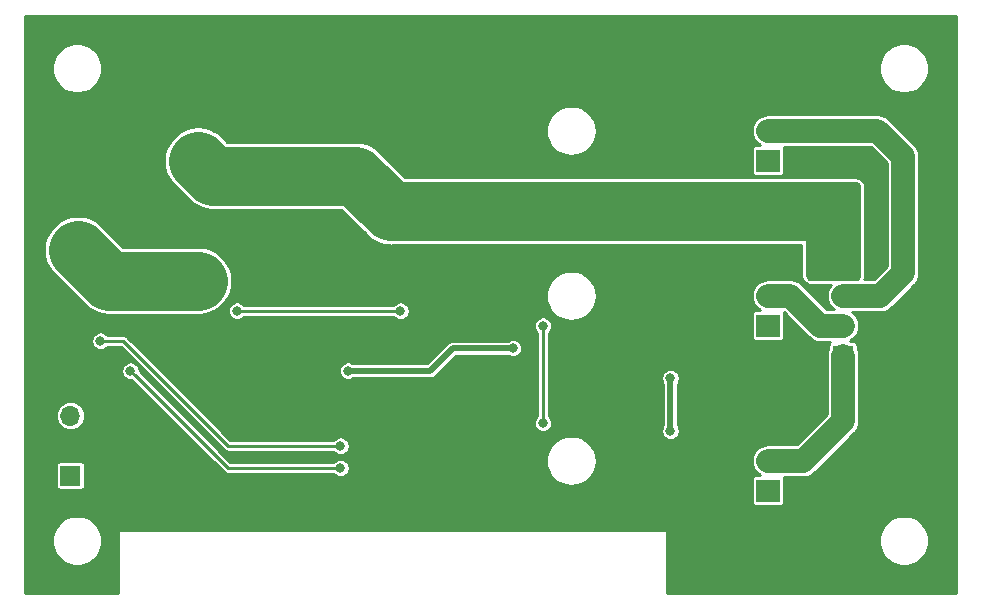
<source format=gbl>
G04 #@! TF.GenerationSoftware,KiCad,Pcbnew,(5.1.0)-1*
G04 #@! TF.CreationDate,2019-04-24T23:40:02+02:00*
G04 #@! TF.ProjectId,WiFiLEDController_FET,57694669-4c45-4444-936f-6e74726f6c6c,rev?*
G04 #@! TF.SameCoordinates,Original*
G04 #@! TF.FileFunction,Copper,L2,Bot*
G04 #@! TF.FilePolarity,Positive*
%FSLAX46Y46*%
G04 Gerber Fmt 4.6, Leading zero omitted, Abs format (unit mm)*
G04 Created by KiCad (PCBNEW (5.1.0)-1) date 2019-04-24 23:40:02*
%MOMM*%
%LPD*%
G04 APERTURE LIST*
%ADD10R,2.000000X1.905000*%
%ADD11O,2.000000X1.905000*%
%ADD12O,1.700000X1.700000*%
%ADD13R,1.700000X1.700000*%
%ADD14C,0.600000*%
%ADD15R,1.730000X1.900000*%
%ADD16R,2.500000X2.500000*%
%ADD17C,2.500000*%
%ADD18C,0.800000*%
%ADD19C,5.000000*%
%ADD20C,0.250000*%
%ADD21C,2.000000*%
%ADD22C,0.500000*%
%ADD23C,0.254000*%
G04 APERTURE END LIST*
D10*
X209550000Y-95885000D03*
D11*
X209550000Y-93345000D03*
X209550000Y-90805000D03*
D12*
X215900000Y-90805000D03*
X215900000Y-93345000D03*
X215900000Y-95885000D03*
D13*
X215900000Y-98425000D03*
D14*
X171958000Y-78232000D03*
X171958000Y-79248000D03*
X170942000Y-78232000D03*
X170942000Y-79248000D03*
X171450000Y-78740000D03*
D15*
X171450000Y-78740000D03*
D16*
X151130000Y-84455000D03*
D17*
X151130000Y-89455000D03*
D13*
X150495000Y-108585000D03*
D12*
X150495000Y-106045000D03*
X150495000Y-103505000D03*
D10*
X209550000Y-109855000D03*
D11*
X209550000Y-107315000D03*
X209550000Y-104775000D03*
X209550000Y-76835000D03*
X209550000Y-79375000D03*
D10*
X209550000Y-81915000D03*
D17*
X161290000Y-81915000D03*
X161290000Y-92075000D03*
D18*
X173355000Y-98425000D03*
X188595000Y-95250000D03*
X182880000Y-100965000D03*
X179705000Y-97790000D03*
X160655000Y-110490000D03*
X171450000Y-74295000D03*
X186055000Y-80010000D03*
X163830000Y-72390000D03*
X158750000Y-72390000D03*
X177165000Y-90170000D03*
X179705000Y-90170000D03*
X168275000Y-95885000D03*
X179705000Y-106045000D03*
X163830000Y-78740000D03*
X188595000Y-75565000D03*
X188595000Y-104140000D03*
X205105000Y-90805000D03*
X205105000Y-92075000D03*
X205105000Y-93345000D03*
X205105000Y-94615000D03*
X205105000Y-95885000D03*
X205105000Y-104775000D03*
X205105000Y-106045000D03*
X205105000Y-107315000D03*
X205105000Y-108585000D03*
X205105000Y-109855000D03*
X198120000Y-104775000D03*
X198120000Y-106045000D03*
X198120000Y-107315000D03*
X198120000Y-108585000D03*
X198120000Y-109855000D03*
X198120000Y-76835000D03*
X198120000Y-78105000D03*
X198120000Y-79375000D03*
X198120000Y-80645000D03*
X198120000Y-81915000D03*
X205105000Y-81915000D03*
X205105000Y-80645000D03*
X205105000Y-79375000D03*
X205105000Y-78105000D03*
X205105000Y-76835000D03*
X153670000Y-110490000D03*
X175895000Y-111760000D03*
X173355000Y-111760000D03*
X154305000Y-85725000D03*
X154305000Y-84455000D03*
X154305000Y-83185000D03*
X188595000Y-81915000D03*
X182245000Y-80010000D03*
X184150000Y-80010000D03*
X179705000Y-81280000D03*
X153670000Y-99695000D03*
X163830000Y-70485000D03*
X168910000Y-70485000D03*
X173990000Y-70485000D03*
X179070000Y-70485000D03*
X184150000Y-70485000D03*
X189230000Y-70485000D03*
X194310000Y-70485000D03*
X199390000Y-70485000D03*
X204470000Y-70485000D03*
X209550000Y-70485000D03*
X214630000Y-70485000D03*
X219710000Y-70485000D03*
X224790000Y-70485000D03*
X158750000Y-70485000D03*
X153670000Y-70485000D03*
X148590000Y-70485000D03*
X204470000Y-117475000D03*
X209550000Y-117475000D03*
X214630000Y-117475000D03*
X219710000Y-117475000D03*
X224790000Y-117475000D03*
X148590000Y-117475000D03*
X153670000Y-117475000D03*
X214630000Y-111125000D03*
X212090000Y-102870000D03*
X218440000Y-86360000D03*
X218440000Y-90805000D03*
X175895000Y-106045000D03*
X175895000Y-107950000D03*
X179705000Y-107950000D03*
X188522885Y-92782115D03*
X188595000Y-111760000D03*
X196850000Y-92075000D03*
X196850000Y-90805000D03*
X196850000Y-93345000D03*
X196850000Y-94615000D03*
X196850000Y-95885000D03*
X224790000Y-75565000D03*
X224790000Y-80645000D03*
X224790000Y-85725000D03*
X224790000Y-90805000D03*
X224790000Y-95885000D03*
X224790000Y-100965000D03*
X224790000Y-106045000D03*
X224790000Y-111125000D03*
X154305000Y-79375000D03*
X156210000Y-79375000D03*
X156210000Y-77470000D03*
X161290000Y-70485000D03*
X178435000Y-90170000D03*
X167005000Y-90170000D03*
X167005000Y-91440000D03*
X167005000Y-92710000D03*
X160655000Y-99695000D03*
X147955000Y-85725000D03*
X147955000Y-84455000D03*
X147955000Y-83185000D03*
X194310000Y-111760000D03*
X212090000Y-101600000D03*
X213360000Y-101600000D03*
X213360000Y-102870000D03*
X213487000Y-85979000D03*
X216281000Y-87630000D03*
X214884000Y-87630000D03*
X214884000Y-84455000D03*
X216281000Y-84455000D03*
X214884000Y-85979000D03*
X213487000Y-84455000D03*
X213487000Y-87630000D03*
X213487000Y-89408000D03*
X216281000Y-85979000D03*
X214884000Y-89408000D03*
X216281000Y-89408000D03*
X213487000Y-91186000D03*
X173355000Y-107950000D03*
X155575000Y-99695000D03*
X173355000Y-106045000D03*
X153034998Y-97155000D03*
X190500000Y-95885000D03*
X190500000Y-104140000D03*
X178435000Y-94615014D03*
X164592000Y-94614996D03*
X173990000Y-99695000D03*
X187960000Y-97790000D03*
X201295000Y-104775000D03*
X201295000Y-100329986D03*
D19*
X162560000Y-83185000D02*
X161290000Y-81915000D01*
X174625000Y-83185000D02*
X162560000Y-83185000D01*
X214152499Y-86202501D02*
X214152499Y-86202501D01*
X177642501Y-86202501D02*
X174625000Y-83185000D01*
X214152499Y-86202501D02*
X177642501Y-86202501D01*
D20*
X155974999Y-100094999D02*
X155575000Y-99695000D01*
X173355000Y-107950000D02*
X163830000Y-107950000D01*
X163830000Y-107950000D02*
X155974999Y-100094999D01*
X154940000Y-97155000D02*
X153034998Y-97155000D01*
X173355000Y-106045000D02*
X163830000Y-106045000D01*
X163830000Y-106045000D02*
X154940000Y-97155000D01*
D19*
X153750000Y-92075000D02*
X151130000Y-89455000D01*
X161290000Y-92075000D02*
X153750000Y-92075000D01*
D21*
X213995000Y-95885000D02*
X215900000Y-95885000D01*
X209550000Y-93345000D02*
X211455000Y-93345000D01*
X211455000Y-93345000D02*
X213995000Y-95885000D01*
X218821000Y-79375000D02*
X209550000Y-79375000D01*
X220980000Y-81534000D02*
X218821000Y-79375000D01*
X220980000Y-91440000D02*
X220980000Y-81534000D01*
X215900000Y-93345000D02*
X219075000Y-93345000D01*
X219075000Y-93345000D02*
X220980000Y-91440000D01*
X215900000Y-101275000D02*
X215900000Y-98425000D01*
X215900000Y-103965000D02*
X215900000Y-101275000D01*
X212550000Y-107315000D02*
X215900000Y-103965000D01*
X209550000Y-107315000D02*
X212550000Y-107315000D01*
D20*
X190500000Y-96450685D02*
X190500000Y-104140000D01*
X190500000Y-95885000D02*
X190500000Y-96450685D01*
X164592018Y-94615014D02*
X164592000Y-94614996D01*
X178435000Y-94615014D02*
X164592018Y-94615014D01*
D22*
X182880000Y-97790000D02*
X187960000Y-97790000D01*
X173990000Y-99695000D02*
X180975000Y-99695000D01*
X180975000Y-99695000D02*
X182880000Y-97790000D01*
X201295000Y-104775000D02*
X201295000Y-100329986D01*
D23*
G36*
X225488501Y-118516400D02*
G01*
X201041000Y-118516400D01*
X201041000Y-113879289D01*
X218927680Y-113879289D01*
X218927680Y-114299071D01*
X219009576Y-114710787D01*
X219170219Y-115098615D01*
X219403438Y-115447651D01*
X219700269Y-115744482D01*
X220049305Y-115977701D01*
X220437133Y-116138344D01*
X220848849Y-116220240D01*
X221268631Y-116220240D01*
X221680347Y-116138344D01*
X222068175Y-115977701D01*
X222417211Y-115744482D01*
X222714042Y-115447651D01*
X222947261Y-115098615D01*
X223107904Y-114710787D01*
X223189800Y-114299071D01*
X223189800Y-113879289D01*
X223107904Y-113467573D01*
X222947261Y-113079745D01*
X222714042Y-112730709D01*
X222417211Y-112433878D01*
X222068175Y-112200659D01*
X221680347Y-112040016D01*
X221268631Y-111958120D01*
X220848849Y-111958120D01*
X220437133Y-112040016D01*
X220049305Y-112200659D01*
X219700269Y-112433878D01*
X219403438Y-112730709D01*
X219170219Y-113079745D01*
X219009576Y-113467573D01*
X218927680Y-113879289D01*
X201041000Y-113879289D01*
X201041000Y-113284000D01*
X201038560Y-113259224D01*
X201031333Y-113235399D01*
X201019597Y-113213443D01*
X201003803Y-113194197D01*
X200984557Y-113178403D01*
X200962601Y-113166667D01*
X200938776Y-113159440D01*
X200914000Y-113157000D01*
X154686000Y-113157000D01*
X154661224Y-113159440D01*
X154637399Y-113166667D01*
X154615443Y-113178403D01*
X154596197Y-113194197D01*
X154580403Y-113213443D01*
X154568667Y-113235399D01*
X154561440Y-113259224D01*
X154559000Y-113284000D01*
X154559000Y-118516400D01*
X146631660Y-118516400D01*
X146631660Y-113879289D01*
X148927820Y-113879289D01*
X148927820Y-114299071D01*
X149009716Y-114710787D01*
X149170359Y-115098615D01*
X149403578Y-115447651D01*
X149700409Y-115744482D01*
X150049445Y-115977701D01*
X150437273Y-116138344D01*
X150848989Y-116220240D01*
X151268771Y-116220240D01*
X151680487Y-116138344D01*
X152068315Y-115977701D01*
X152417351Y-115744482D01*
X152714182Y-115447651D01*
X152947401Y-115098615D01*
X153108044Y-114710787D01*
X153189940Y-114299071D01*
X153189940Y-113879289D01*
X153108044Y-113467573D01*
X152947401Y-113079745D01*
X152714182Y-112730709D01*
X152417351Y-112433878D01*
X152068315Y-112200659D01*
X151680487Y-112040016D01*
X151268771Y-111958120D01*
X150848989Y-111958120D01*
X150437273Y-112040016D01*
X150049445Y-112200659D01*
X149700409Y-112433878D01*
X149403578Y-112730709D01*
X149170359Y-113079745D01*
X149009716Y-113467573D01*
X148927820Y-113879289D01*
X146631660Y-113879289D01*
X146631660Y-107735000D01*
X149262157Y-107735000D01*
X149262157Y-109435000D01*
X149269513Y-109509689D01*
X149291299Y-109581508D01*
X149326678Y-109647696D01*
X149374289Y-109705711D01*
X149432304Y-109753322D01*
X149498492Y-109788701D01*
X149570311Y-109810487D01*
X149645000Y-109817843D01*
X151345000Y-109817843D01*
X151419689Y-109810487D01*
X151491508Y-109788701D01*
X151557696Y-109753322D01*
X151615711Y-109705711D01*
X151663322Y-109647696D01*
X151698701Y-109581508D01*
X151720487Y-109509689D01*
X151727843Y-109435000D01*
X151727843Y-107735000D01*
X151720487Y-107660311D01*
X151698701Y-107588492D01*
X151663322Y-107522304D01*
X151615711Y-107464289D01*
X151557696Y-107416678D01*
X151491508Y-107381299D01*
X151419689Y-107359513D01*
X151345000Y-107352157D01*
X149645000Y-107352157D01*
X149570311Y-107359513D01*
X149498492Y-107381299D01*
X149432304Y-107416678D01*
X149374289Y-107464289D01*
X149326678Y-107522304D01*
X149291299Y-107588492D01*
X149269513Y-107660311D01*
X149262157Y-107735000D01*
X146631660Y-107735000D01*
X146631660Y-103505000D01*
X149258044Y-103505000D01*
X149281812Y-103746318D01*
X149352202Y-103978363D01*
X149466509Y-104192216D01*
X149620340Y-104379660D01*
X149807784Y-104533491D01*
X150021637Y-104647798D01*
X150253682Y-104718188D01*
X150434528Y-104736000D01*
X150555472Y-104736000D01*
X150736318Y-104718188D01*
X150968363Y-104647798D01*
X151182216Y-104533491D01*
X151369660Y-104379660D01*
X151523491Y-104192216D01*
X151637798Y-103978363D01*
X151708188Y-103746318D01*
X151731956Y-103505000D01*
X151708188Y-103263682D01*
X151637798Y-103031637D01*
X151523491Y-102817784D01*
X151369660Y-102630340D01*
X151182216Y-102476509D01*
X150968363Y-102362202D01*
X150736318Y-102291812D01*
X150555472Y-102274000D01*
X150434528Y-102274000D01*
X150253682Y-102291812D01*
X150021637Y-102362202D01*
X149807784Y-102476509D01*
X149620340Y-102630340D01*
X149466509Y-102817784D01*
X149352202Y-103031637D01*
X149281812Y-103263682D01*
X149258044Y-103505000D01*
X146631660Y-103505000D01*
X146631660Y-99618078D01*
X154794000Y-99618078D01*
X154794000Y-99771922D01*
X154824013Y-99922809D01*
X154882887Y-100064942D01*
X154968358Y-100192859D01*
X155077141Y-100301642D01*
X155205058Y-100387113D01*
X155347191Y-100445987D01*
X155498078Y-100476000D01*
X155640409Y-100476000D01*
X163454628Y-108290220D01*
X163470473Y-108309527D01*
X163547521Y-108372759D01*
X163635425Y-108419745D01*
X163730807Y-108448678D01*
X163805146Y-108456000D01*
X163805154Y-108456000D01*
X163830000Y-108458447D01*
X163854846Y-108456000D01*
X172756499Y-108456000D01*
X172857141Y-108556642D01*
X172985058Y-108642113D01*
X173127191Y-108700987D01*
X173278078Y-108731000D01*
X173431922Y-108731000D01*
X173582809Y-108700987D01*
X173724942Y-108642113D01*
X173852859Y-108556642D01*
X173961642Y-108447859D01*
X174047113Y-108319942D01*
X174105987Y-108177809D01*
X174136000Y-108026922D01*
X174136000Y-107873078D01*
X174105987Y-107722191D01*
X174047113Y-107580058D01*
X173961642Y-107452141D01*
X173852859Y-107343358D01*
X173810419Y-107315000D01*
X190748690Y-107315000D01*
X190789835Y-107732749D01*
X190911688Y-108134444D01*
X191109566Y-108504648D01*
X191375865Y-108829135D01*
X191700352Y-109095434D01*
X192070556Y-109293312D01*
X192472251Y-109415165D01*
X192785322Y-109446000D01*
X192994678Y-109446000D01*
X193307749Y-109415165D01*
X193709444Y-109293312D01*
X194079648Y-109095434D01*
X194404135Y-108829135D01*
X194670434Y-108504648D01*
X194868312Y-108134444D01*
X194990165Y-107732749D01*
X195031310Y-107315000D01*
X194990165Y-106897251D01*
X194868312Y-106495556D01*
X194670434Y-106125352D01*
X194404135Y-105800865D01*
X194079648Y-105534566D01*
X193709444Y-105336688D01*
X193307749Y-105214835D01*
X192994678Y-105184000D01*
X192785322Y-105184000D01*
X192472251Y-105214835D01*
X192070556Y-105336688D01*
X191700352Y-105534566D01*
X191375865Y-105800865D01*
X191109566Y-106125352D01*
X190911688Y-106495556D01*
X190789835Y-106897251D01*
X190748690Y-107315000D01*
X173810419Y-107315000D01*
X173724942Y-107257887D01*
X173582809Y-107199013D01*
X173431922Y-107169000D01*
X173278078Y-107169000D01*
X173127191Y-107199013D01*
X172985058Y-107257887D01*
X172857141Y-107343358D01*
X172756499Y-107444000D01*
X164039592Y-107444000D01*
X156356000Y-99760409D01*
X156356000Y-99618078D01*
X156325987Y-99467191D01*
X156267113Y-99325058D01*
X156181642Y-99197141D01*
X156072859Y-99088358D01*
X155944942Y-99002887D01*
X155802809Y-98944013D01*
X155651922Y-98914000D01*
X155498078Y-98914000D01*
X155347191Y-98944013D01*
X155205058Y-99002887D01*
X155077141Y-99088358D01*
X154968358Y-99197141D01*
X154882887Y-99325058D01*
X154824013Y-99467191D01*
X154794000Y-99618078D01*
X146631660Y-99618078D01*
X146631660Y-97078078D01*
X152253998Y-97078078D01*
X152253998Y-97231922D01*
X152284011Y-97382809D01*
X152342885Y-97524942D01*
X152428356Y-97652859D01*
X152537139Y-97761642D01*
X152665056Y-97847113D01*
X152807189Y-97905987D01*
X152958076Y-97936000D01*
X153111920Y-97936000D01*
X153262807Y-97905987D01*
X153404940Y-97847113D01*
X153532857Y-97761642D01*
X153633499Y-97661000D01*
X154730409Y-97661000D01*
X163454628Y-106385220D01*
X163470473Y-106404527D01*
X163547521Y-106467759D01*
X163635425Y-106514745D01*
X163730807Y-106543678D01*
X163830000Y-106553448D01*
X163854854Y-106551000D01*
X172756499Y-106551000D01*
X172857141Y-106651642D01*
X172985058Y-106737113D01*
X173127191Y-106795987D01*
X173278078Y-106826000D01*
X173431922Y-106826000D01*
X173582809Y-106795987D01*
X173724942Y-106737113D01*
X173852859Y-106651642D01*
X173961642Y-106542859D01*
X174047113Y-106414942D01*
X174105987Y-106272809D01*
X174136000Y-106121922D01*
X174136000Y-105968078D01*
X174105987Y-105817191D01*
X174047113Y-105675058D01*
X173961642Y-105547141D01*
X173852859Y-105438358D01*
X173724942Y-105352887D01*
X173582809Y-105294013D01*
X173431922Y-105264000D01*
X173278078Y-105264000D01*
X173127191Y-105294013D01*
X172985058Y-105352887D01*
X172857141Y-105438358D01*
X172756499Y-105539000D01*
X164039592Y-105539000D01*
X158118670Y-99618078D01*
X173209000Y-99618078D01*
X173209000Y-99771922D01*
X173239013Y-99922809D01*
X173297887Y-100064942D01*
X173383358Y-100192859D01*
X173492141Y-100301642D01*
X173620058Y-100387113D01*
X173762191Y-100445987D01*
X173913078Y-100476000D01*
X174066922Y-100476000D01*
X174217809Y-100445987D01*
X174359942Y-100387113D01*
X174451405Y-100326000D01*
X180944010Y-100326000D01*
X180975000Y-100329052D01*
X181005990Y-100326000D01*
X181005998Y-100326000D01*
X181098698Y-100316870D01*
X181217642Y-100280789D01*
X181327261Y-100222196D01*
X181423343Y-100143343D01*
X181443105Y-100119263D01*
X183141369Y-98421000D01*
X187498595Y-98421000D01*
X187590058Y-98482113D01*
X187732191Y-98540987D01*
X187883078Y-98571000D01*
X188036922Y-98571000D01*
X188187809Y-98540987D01*
X188329942Y-98482113D01*
X188457859Y-98396642D01*
X188566642Y-98287859D01*
X188652113Y-98159942D01*
X188710987Y-98017809D01*
X188741000Y-97866922D01*
X188741000Y-97713078D01*
X188710987Y-97562191D01*
X188652113Y-97420058D01*
X188566642Y-97292141D01*
X188457859Y-97183358D01*
X188329942Y-97097887D01*
X188187809Y-97039013D01*
X188036922Y-97009000D01*
X187883078Y-97009000D01*
X187732191Y-97039013D01*
X187590058Y-97097887D01*
X187498595Y-97159000D01*
X182910990Y-97159000D01*
X182880000Y-97155948D01*
X182849009Y-97159000D01*
X182849002Y-97159000D01*
X182756302Y-97168130D01*
X182637358Y-97204211D01*
X182527739Y-97262804D01*
X182477190Y-97304289D01*
X182431657Y-97341657D01*
X182411899Y-97365732D01*
X180713632Y-99064000D01*
X174451405Y-99064000D01*
X174359942Y-99002887D01*
X174217809Y-98944013D01*
X174066922Y-98914000D01*
X173913078Y-98914000D01*
X173762191Y-98944013D01*
X173620058Y-99002887D01*
X173492141Y-99088358D01*
X173383358Y-99197141D01*
X173297887Y-99325058D01*
X173239013Y-99467191D01*
X173209000Y-99618078D01*
X158118670Y-99618078D01*
X155315376Y-96814785D01*
X155299527Y-96795473D01*
X155222479Y-96732241D01*
X155134575Y-96685255D01*
X155039193Y-96656322D01*
X154964854Y-96649000D01*
X154964846Y-96649000D01*
X154940000Y-96646553D01*
X154915154Y-96649000D01*
X153633499Y-96649000D01*
X153532857Y-96548358D01*
X153404940Y-96462887D01*
X153262807Y-96404013D01*
X153111920Y-96374000D01*
X152958076Y-96374000D01*
X152807189Y-96404013D01*
X152665056Y-96462887D01*
X152537139Y-96548358D01*
X152428356Y-96657141D01*
X152342885Y-96785058D01*
X152284011Y-96927191D01*
X152253998Y-97078078D01*
X146631660Y-97078078D01*
X146631660Y-95808078D01*
X189719000Y-95808078D01*
X189719000Y-95961922D01*
X189749013Y-96112809D01*
X189807887Y-96254942D01*
X189893358Y-96382859D01*
X189994000Y-96483501D01*
X189994001Y-103541498D01*
X189893358Y-103642141D01*
X189807887Y-103770058D01*
X189749013Y-103912191D01*
X189719000Y-104063078D01*
X189719000Y-104216922D01*
X189749013Y-104367809D01*
X189807887Y-104509942D01*
X189893358Y-104637859D01*
X190002141Y-104746642D01*
X190130058Y-104832113D01*
X190272191Y-104890987D01*
X190423078Y-104921000D01*
X190576922Y-104921000D01*
X190727809Y-104890987D01*
X190869942Y-104832113D01*
X190997859Y-104746642D01*
X191106642Y-104637859D01*
X191192113Y-104509942D01*
X191250987Y-104367809D01*
X191281000Y-104216922D01*
X191281000Y-104063078D01*
X191250987Y-103912191D01*
X191192113Y-103770058D01*
X191106642Y-103642141D01*
X191006000Y-103541499D01*
X191006000Y-100253064D01*
X200514000Y-100253064D01*
X200514000Y-100406908D01*
X200544013Y-100557795D01*
X200602887Y-100699928D01*
X200664001Y-100791392D01*
X200664000Y-104313595D01*
X200602887Y-104405058D01*
X200544013Y-104547191D01*
X200514000Y-104698078D01*
X200514000Y-104851922D01*
X200544013Y-105002809D01*
X200602887Y-105144942D01*
X200688358Y-105272859D01*
X200797141Y-105381642D01*
X200925058Y-105467113D01*
X201067191Y-105525987D01*
X201218078Y-105556000D01*
X201371922Y-105556000D01*
X201522809Y-105525987D01*
X201664942Y-105467113D01*
X201792859Y-105381642D01*
X201901642Y-105272859D01*
X201987113Y-105144942D01*
X202045987Y-105002809D01*
X202076000Y-104851922D01*
X202076000Y-104698078D01*
X202045987Y-104547191D01*
X201987113Y-104405058D01*
X201926000Y-104313595D01*
X201926000Y-100791391D01*
X201987113Y-100699928D01*
X202045987Y-100557795D01*
X202076000Y-100406908D01*
X202076000Y-100253064D01*
X202045987Y-100102177D01*
X201987113Y-99960044D01*
X201901642Y-99832127D01*
X201792859Y-99723344D01*
X201664942Y-99637873D01*
X201522809Y-99578999D01*
X201371922Y-99548986D01*
X201218078Y-99548986D01*
X201067191Y-99578999D01*
X200925058Y-99637873D01*
X200797141Y-99723344D01*
X200688358Y-99832127D01*
X200602887Y-99960044D01*
X200544013Y-100102177D01*
X200514000Y-100253064D01*
X191006000Y-100253064D01*
X191006000Y-96483501D01*
X191106642Y-96382859D01*
X191192113Y-96254942D01*
X191250987Y-96112809D01*
X191281000Y-95961922D01*
X191281000Y-95808078D01*
X191250987Y-95657191D01*
X191192113Y-95515058D01*
X191106642Y-95387141D01*
X190997859Y-95278358D01*
X190869942Y-95192887D01*
X190727809Y-95134013D01*
X190576922Y-95104000D01*
X190423078Y-95104000D01*
X190272191Y-95134013D01*
X190130058Y-95192887D01*
X190002141Y-95278358D01*
X189893358Y-95387141D01*
X189807887Y-95515058D01*
X189749013Y-95657191D01*
X189719000Y-95808078D01*
X146631660Y-95808078D01*
X146631660Y-89455000D01*
X148235061Y-89455000D01*
X148290687Y-90019774D01*
X148455426Y-90562845D01*
X148722946Y-91063341D01*
X148992752Y-91392100D01*
X151612750Y-94012099D01*
X151702969Y-94122031D01*
X151887586Y-94273542D01*
X152141658Y-94482054D01*
X152642154Y-94749575D01*
X153185225Y-94914314D01*
X153750000Y-94969939D01*
X153891526Y-94956000D01*
X161431526Y-94956000D01*
X161854775Y-94914314D01*
X162397845Y-94749575D01*
X162793535Y-94538074D01*
X163811000Y-94538074D01*
X163811000Y-94691918D01*
X163841013Y-94842805D01*
X163899887Y-94984938D01*
X163985358Y-95112855D01*
X164094141Y-95221638D01*
X164222058Y-95307109D01*
X164364191Y-95365983D01*
X164515078Y-95395996D01*
X164668922Y-95395996D01*
X164819809Y-95365983D01*
X164961942Y-95307109D01*
X165089859Y-95221638D01*
X165190483Y-95121014D01*
X177836499Y-95121014D01*
X177937141Y-95221656D01*
X178065058Y-95307127D01*
X178207191Y-95366001D01*
X178358078Y-95396014D01*
X178511922Y-95396014D01*
X178662809Y-95366001D01*
X178804942Y-95307127D01*
X178932859Y-95221656D01*
X179041642Y-95112873D01*
X179127113Y-94984956D01*
X179185987Y-94842823D01*
X179216000Y-94691936D01*
X179216000Y-94538092D01*
X179185987Y-94387205D01*
X179127113Y-94245072D01*
X179041642Y-94117155D01*
X178932859Y-94008372D01*
X178804942Y-93922901D01*
X178662809Y-93864027D01*
X178511922Y-93834014D01*
X178358078Y-93834014D01*
X178207191Y-93864027D01*
X178065058Y-93922901D01*
X177937141Y-94008372D01*
X177836499Y-94109014D01*
X165190519Y-94109014D01*
X165089859Y-94008354D01*
X164961942Y-93922883D01*
X164819809Y-93864009D01*
X164668922Y-93833996D01*
X164515078Y-93833996D01*
X164364191Y-93864009D01*
X164222058Y-93922883D01*
X164094141Y-94008354D01*
X163985358Y-94117137D01*
X163899887Y-94245054D01*
X163841013Y-94387187D01*
X163811000Y-94538074D01*
X162793535Y-94538074D01*
X162898342Y-94482054D01*
X163337031Y-94122031D01*
X163697054Y-93683342D01*
X163877901Y-93345000D01*
X190748690Y-93345000D01*
X190789835Y-93762749D01*
X190911688Y-94164444D01*
X191109566Y-94534648D01*
X191375865Y-94859135D01*
X191700352Y-95125434D01*
X192070556Y-95323312D01*
X192472251Y-95445165D01*
X192785322Y-95476000D01*
X192994678Y-95476000D01*
X193307749Y-95445165D01*
X193709444Y-95323312D01*
X194079648Y-95125434D01*
X194404135Y-94859135D01*
X194670434Y-94534648D01*
X194868312Y-94164444D01*
X194990165Y-93762749D01*
X195031310Y-93345000D01*
X194990165Y-92927251D01*
X194868312Y-92525556D01*
X194670434Y-92155352D01*
X194404135Y-91830865D01*
X194079648Y-91564566D01*
X193709444Y-91366688D01*
X193307749Y-91244835D01*
X192994678Y-91214000D01*
X192785322Y-91214000D01*
X192472251Y-91244835D01*
X192070556Y-91366688D01*
X191700352Y-91564566D01*
X191375865Y-91830865D01*
X191109566Y-92155352D01*
X190911688Y-92525556D01*
X190789835Y-92927251D01*
X190748690Y-93345000D01*
X163877901Y-93345000D01*
X163964575Y-93182845D01*
X164129314Y-92639775D01*
X164184939Y-92075000D01*
X164129314Y-91510225D01*
X163964575Y-90967155D01*
X163697054Y-90466658D01*
X163337031Y-90027969D01*
X162898342Y-89667946D01*
X162397845Y-89400425D01*
X161854775Y-89235686D01*
X161431526Y-89194000D01*
X154943349Y-89194000D01*
X153067100Y-87317752D01*
X152738341Y-87047946D01*
X152237845Y-86780426D01*
X151694774Y-86615687D01*
X151130000Y-86560061D01*
X150565226Y-86615687D01*
X150022155Y-86780426D01*
X149521659Y-87047946D01*
X149082970Y-87407970D01*
X148722946Y-87846659D01*
X148455426Y-88347155D01*
X148290687Y-88890226D01*
X148235061Y-89455000D01*
X146631660Y-89455000D01*
X146631660Y-81915000D01*
X158395061Y-81915000D01*
X158450687Y-82479774D01*
X158615426Y-83022845D01*
X158882946Y-83523341D01*
X159152752Y-83852100D01*
X160422746Y-85122094D01*
X160512969Y-85232031D01*
X160951658Y-85592054D01*
X161452155Y-85859575D01*
X161995225Y-86024314D01*
X162418474Y-86066000D01*
X162418483Y-86066000D01*
X162559999Y-86079938D01*
X162701515Y-86066000D01*
X173431652Y-86066000D01*
X175505251Y-88139600D01*
X175595470Y-88249532D01*
X176034159Y-88609555D01*
X176534656Y-88877076D01*
X177077726Y-89041815D01*
X177500975Y-89083501D01*
X177500977Y-89083501D01*
X177642501Y-89097440D01*
X177784024Y-89083501D01*
X212344000Y-89083501D01*
X212344000Y-91575000D01*
X212347259Y-91624730D01*
X212364296Y-91754140D01*
X212390039Y-91850212D01*
X212439989Y-91970802D01*
X212489721Y-92056940D01*
X212569181Y-92160493D01*
X212639507Y-92230819D01*
X212743060Y-92310279D01*
X212829198Y-92360011D01*
X212949788Y-92409961D01*
X213045860Y-92435704D01*
X213175270Y-92452741D01*
X213225000Y-92456000D01*
X214843062Y-92456000D01*
X214746185Y-92574045D01*
X214617949Y-92813957D01*
X214538982Y-93074277D01*
X214512318Y-93345000D01*
X214538982Y-93615723D01*
X214617949Y-93876043D01*
X214746185Y-94115955D01*
X214918761Y-94326239D01*
X215129045Y-94498815D01*
X215138745Y-94504000D01*
X214567029Y-94504000D01*
X212479486Y-92416458D01*
X212436239Y-92363761D01*
X212225955Y-92191185D01*
X211986043Y-92062949D01*
X211725723Y-91983982D01*
X211522843Y-91964000D01*
X211522833Y-91964000D01*
X211455000Y-91957319D01*
X211387167Y-91964000D01*
X209482157Y-91964000D01*
X209279277Y-91983982D01*
X209018957Y-92062949D01*
X208779045Y-92191185D01*
X208568761Y-92363761D01*
X208396185Y-92574045D01*
X208267949Y-92813957D01*
X208188982Y-93074277D01*
X208162318Y-93345000D01*
X208188982Y-93615723D01*
X208267949Y-93876043D01*
X208396185Y-94115955D01*
X208568761Y-94326239D01*
X208779045Y-94498815D01*
X208874163Y-94549657D01*
X208550000Y-94549657D01*
X208475311Y-94557013D01*
X208403492Y-94578799D01*
X208337304Y-94614178D01*
X208279289Y-94661789D01*
X208231678Y-94719804D01*
X208196299Y-94785992D01*
X208174513Y-94857811D01*
X208167157Y-94932500D01*
X208167157Y-96837500D01*
X208174513Y-96912189D01*
X208196299Y-96984008D01*
X208231678Y-97050196D01*
X208279289Y-97108211D01*
X208337304Y-97155822D01*
X208403492Y-97191201D01*
X208475311Y-97212987D01*
X208550000Y-97220343D01*
X210550000Y-97220343D01*
X210624689Y-97212987D01*
X210696508Y-97191201D01*
X210762696Y-97155822D01*
X210820711Y-97108211D01*
X210868322Y-97050196D01*
X210903701Y-96984008D01*
X210925487Y-96912189D01*
X210932843Y-96837500D01*
X210932843Y-94932500D01*
X210925487Y-94857811D01*
X210903701Y-94785992D01*
X210871634Y-94726000D01*
X210882972Y-94726000D01*
X212970516Y-96813545D01*
X213013761Y-96866239D01*
X213066455Y-96909484D01*
X213066457Y-96909486D01*
X213128528Y-96960426D01*
X213224045Y-97038815D01*
X213463957Y-97167051D01*
X213724277Y-97246018D01*
X213927157Y-97266000D01*
X213927166Y-97266000D01*
X213994999Y-97272681D01*
X214062832Y-97266000D01*
X214825945Y-97266000D01*
X214779289Y-97304289D01*
X214731678Y-97362304D01*
X214696299Y-97428492D01*
X214674513Y-97500311D01*
X214667157Y-97575000D01*
X214667157Y-97801897D01*
X214617950Y-97893957D01*
X214538983Y-98154277D01*
X214519001Y-98357157D01*
X214519000Y-101342842D01*
X214519001Y-101342852D01*
X214519000Y-103392971D01*
X211977972Y-105934000D01*
X209482157Y-105934000D01*
X209279277Y-105953982D01*
X209018957Y-106032949D01*
X208779045Y-106161185D01*
X208568761Y-106333761D01*
X208396185Y-106544045D01*
X208267949Y-106783957D01*
X208188982Y-107044277D01*
X208162318Y-107315000D01*
X208188982Y-107585723D01*
X208267949Y-107846043D01*
X208396185Y-108085955D01*
X208568761Y-108296239D01*
X208779045Y-108468815D01*
X208874163Y-108519657D01*
X208550000Y-108519657D01*
X208475311Y-108527013D01*
X208403492Y-108548799D01*
X208337304Y-108584178D01*
X208279289Y-108631789D01*
X208231678Y-108689804D01*
X208196299Y-108755992D01*
X208174513Y-108827811D01*
X208167157Y-108902500D01*
X208167157Y-110807500D01*
X208174513Y-110882189D01*
X208196299Y-110954008D01*
X208231678Y-111020196D01*
X208279289Y-111078211D01*
X208337304Y-111125822D01*
X208403492Y-111161201D01*
X208475311Y-111182987D01*
X208550000Y-111190343D01*
X210550000Y-111190343D01*
X210624689Y-111182987D01*
X210696508Y-111161201D01*
X210762696Y-111125822D01*
X210820711Y-111078211D01*
X210868322Y-111020196D01*
X210903701Y-110954008D01*
X210925487Y-110882189D01*
X210932843Y-110807500D01*
X210932843Y-108902500D01*
X210925487Y-108827811D01*
X210903701Y-108755992D01*
X210871634Y-108696000D01*
X212482167Y-108696000D01*
X212550000Y-108702681D01*
X212617833Y-108696000D01*
X212617843Y-108696000D01*
X212820723Y-108676018D01*
X213081043Y-108597051D01*
X213320955Y-108468815D01*
X213531239Y-108296239D01*
X213574488Y-108243540D01*
X216828550Y-104989479D01*
X216881238Y-104946239D01*
X216924480Y-104893549D01*
X216924486Y-104893543D01*
X217053814Y-104735956D01*
X217053815Y-104735955D01*
X217182051Y-104496043D01*
X217261018Y-104235723D01*
X217281000Y-104032843D01*
X217281000Y-104032834D01*
X217287681Y-103965001D01*
X217281000Y-103897168D01*
X217281000Y-98357157D01*
X217261018Y-98154277D01*
X217182051Y-97893957D01*
X217132843Y-97801896D01*
X217132843Y-97575000D01*
X217125487Y-97500311D01*
X217103701Y-97428492D01*
X217068322Y-97362304D01*
X217020711Y-97304289D01*
X216962696Y-97256678D01*
X216896508Y-97221299D01*
X216824689Y-97199513D01*
X216750000Y-97192157D01*
X216523104Y-97192157D01*
X216453589Y-97155000D01*
X216670955Y-97038815D01*
X216881239Y-96866239D01*
X217053815Y-96655955D01*
X217182051Y-96416043D01*
X217261018Y-96155723D01*
X217287682Y-95885000D01*
X217261018Y-95614277D01*
X217182051Y-95353957D01*
X217053815Y-95114045D01*
X216881239Y-94903761D01*
X216670955Y-94731185D01*
X216661255Y-94726000D01*
X219007167Y-94726000D01*
X219075000Y-94732681D01*
X219142833Y-94726000D01*
X219142843Y-94726000D01*
X219345723Y-94706018D01*
X219606043Y-94627051D01*
X219845955Y-94498815D01*
X220056239Y-94326239D01*
X220099488Y-94273540D01*
X221908550Y-92464479D01*
X221961238Y-92421239D01*
X222004480Y-92368549D01*
X222004486Y-92368543D01*
X222133815Y-92210955D01*
X222262051Y-91971043D01*
X222341018Y-91710723D01*
X222344077Y-91679660D01*
X222361000Y-91507843D01*
X222361000Y-91507836D01*
X222367681Y-91440000D01*
X222361000Y-91372164D01*
X222361000Y-81601832D01*
X222367681Y-81533999D01*
X222361000Y-81466166D01*
X222361000Y-81466157D01*
X222341018Y-81263277D01*
X222262051Y-81002957D01*
X222162116Y-80815992D01*
X222133815Y-80763044D01*
X222004486Y-80605457D01*
X222004484Y-80605455D01*
X221961239Y-80552761D01*
X221908545Y-80509516D01*
X219845488Y-78446460D01*
X219802239Y-78393761D01*
X219591955Y-78221185D01*
X219352043Y-78092949D01*
X219091723Y-78013982D01*
X218888843Y-77994000D01*
X218888833Y-77994000D01*
X218821000Y-77987319D01*
X218753167Y-77994000D01*
X209482157Y-77994000D01*
X209279277Y-78013982D01*
X209018957Y-78092949D01*
X208779045Y-78221185D01*
X208568761Y-78393761D01*
X208396185Y-78604045D01*
X208267949Y-78843957D01*
X208188982Y-79104277D01*
X208162318Y-79375000D01*
X208188982Y-79645723D01*
X208267949Y-79906043D01*
X208396185Y-80145955D01*
X208568761Y-80356239D01*
X208779045Y-80528815D01*
X208874163Y-80579657D01*
X208550000Y-80579657D01*
X208475311Y-80587013D01*
X208403492Y-80608799D01*
X208337304Y-80644178D01*
X208279289Y-80691789D01*
X208231678Y-80749804D01*
X208196299Y-80815992D01*
X208174513Y-80887811D01*
X208167157Y-80962500D01*
X208167157Y-82867500D01*
X208174513Y-82942189D01*
X208196299Y-83014008D01*
X208231678Y-83080196D01*
X208279289Y-83138211D01*
X208337304Y-83185822D01*
X208403492Y-83221201D01*
X208475311Y-83242987D01*
X208550000Y-83250343D01*
X210550000Y-83250343D01*
X210624689Y-83242987D01*
X210696508Y-83221201D01*
X210762696Y-83185822D01*
X210820711Y-83138211D01*
X210868322Y-83080196D01*
X210903701Y-83014008D01*
X210925487Y-82942189D01*
X210932843Y-82867500D01*
X210932843Y-80962500D01*
X210925487Y-80887811D01*
X210903701Y-80815992D01*
X210871634Y-80756000D01*
X218248972Y-80756000D01*
X219599001Y-82106030D01*
X219599000Y-90867971D01*
X218502972Y-91964000D01*
X217711828Y-91964000D01*
X217758961Y-91850212D01*
X217784704Y-91754140D01*
X217801741Y-91624730D01*
X217805000Y-91575000D01*
X217805000Y-84193000D01*
X217801741Y-84143270D01*
X217784704Y-84013860D01*
X217758961Y-83917788D01*
X217709011Y-83797198D01*
X217659279Y-83711060D01*
X217579819Y-83607507D01*
X217509493Y-83537181D01*
X217405940Y-83457721D01*
X217319802Y-83407989D01*
X217199212Y-83358039D01*
X217103140Y-83332296D01*
X216973730Y-83315259D01*
X216924000Y-83312000D01*
X213225000Y-83312000D01*
X213175270Y-83315259D01*
X213127857Y-83321501D01*
X178835850Y-83321501D01*
X176762254Y-81247906D01*
X176672031Y-81137969D01*
X176233342Y-80777946D01*
X175732845Y-80510425D01*
X175189775Y-80345686D01*
X174766526Y-80304000D01*
X174766523Y-80304000D01*
X174625000Y-80290061D01*
X174483477Y-80304000D01*
X163753348Y-80304000D01*
X163227100Y-79777752D01*
X162898341Y-79507946D01*
X162649616Y-79375000D01*
X190748690Y-79375000D01*
X190789835Y-79792749D01*
X190911688Y-80194444D01*
X191109566Y-80564648D01*
X191375865Y-80889135D01*
X191700352Y-81155434D01*
X192070556Y-81353312D01*
X192472251Y-81475165D01*
X192785322Y-81506000D01*
X192994678Y-81506000D01*
X193307749Y-81475165D01*
X193709444Y-81353312D01*
X194079648Y-81155434D01*
X194404135Y-80889135D01*
X194670434Y-80564648D01*
X194868312Y-80194444D01*
X194990165Y-79792749D01*
X195031310Y-79375000D01*
X194990165Y-78957251D01*
X194868312Y-78555556D01*
X194670434Y-78185352D01*
X194404135Y-77860865D01*
X194079648Y-77594566D01*
X193709444Y-77396688D01*
X193307749Y-77274835D01*
X192994678Y-77244000D01*
X192785322Y-77244000D01*
X192472251Y-77274835D01*
X192070556Y-77396688D01*
X191700352Y-77594566D01*
X191375865Y-77860865D01*
X191109566Y-78185352D01*
X190911688Y-78555556D01*
X190789835Y-78957251D01*
X190748690Y-79375000D01*
X162649616Y-79375000D01*
X162397845Y-79240426D01*
X161854774Y-79075687D01*
X161290000Y-79020061D01*
X160725226Y-79075687D01*
X160182155Y-79240426D01*
X159681659Y-79507946D01*
X159242970Y-79867970D01*
X158882946Y-80306659D01*
X158615426Y-80807155D01*
X158450687Y-81350226D01*
X158395061Y-81915000D01*
X146631660Y-81915000D01*
X146631660Y-73879369D01*
X148927820Y-73879369D01*
X148927820Y-74299151D01*
X149009716Y-74710867D01*
X149170359Y-75098695D01*
X149403578Y-75447731D01*
X149700409Y-75744562D01*
X150049445Y-75977781D01*
X150437273Y-76138424D01*
X150848989Y-76220320D01*
X151268771Y-76220320D01*
X151680487Y-76138424D01*
X152068315Y-75977781D01*
X152417351Y-75744562D01*
X152714182Y-75447731D01*
X152947401Y-75098695D01*
X153108044Y-74710867D01*
X153189940Y-74299151D01*
X153189940Y-73879369D01*
X218927680Y-73879369D01*
X218927680Y-74299151D01*
X219009576Y-74710867D01*
X219170219Y-75098695D01*
X219403438Y-75447731D01*
X219700269Y-75744562D01*
X220049305Y-75977781D01*
X220437133Y-76138424D01*
X220848849Y-76220320D01*
X221268631Y-76220320D01*
X221680347Y-76138424D01*
X222068175Y-75977781D01*
X222417211Y-75744562D01*
X222714042Y-75447731D01*
X222947261Y-75098695D01*
X223107904Y-74710867D01*
X223189800Y-74299151D01*
X223189800Y-73879369D01*
X223107904Y-73467653D01*
X222947261Y-73079825D01*
X222714042Y-72730789D01*
X222417211Y-72433958D01*
X222068175Y-72200739D01*
X221680347Y-72040096D01*
X221268631Y-71958200D01*
X220848849Y-71958200D01*
X220437133Y-72040096D01*
X220049305Y-72200739D01*
X219700269Y-72433958D01*
X219403438Y-72730789D01*
X219170219Y-73079825D01*
X219009576Y-73467653D01*
X218927680Y-73879369D01*
X153189940Y-73879369D01*
X153108044Y-73467653D01*
X152947401Y-73079825D01*
X152714182Y-72730789D01*
X152417351Y-72433958D01*
X152068315Y-72200739D01*
X151680487Y-72040096D01*
X151268771Y-71958200D01*
X150848989Y-71958200D01*
X150437273Y-72040096D01*
X150049445Y-72200739D01*
X149700409Y-72433958D01*
X149403578Y-72730789D01*
X149170359Y-73079825D01*
X149009716Y-73467653D01*
X148927820Y-73879369D01*
X146631660Y-73879369D01*
X146631660Y-69659500D01*
X225488500Y-69659500D01*
X225488501Y-118516400D01*
X225488501Y-118516400D01*
G37*
X225488501Y-118516400D02*
X201041000Y-118516400D01*
X201041000Y-113879289D01*
X218927680Y-113879289D01*
X218927680Y-114299071D01*
X219009576Y-114710787D01*
X219170219Y-115098615D01*
X219403438Y-115447651D01*
X219700269Y-115744482D01*
X220049305Y-115977701D01*
X220437133Y-116138344D01*
X220848849Y-116220240D01*
X221268631Y-116220240D01*
X221680347Y-116138344D01*
X222068175Y-115977701D01*
X222417211Y-115744482D01*
X222714042Y-115447651D01*
X222947261Y-115098615D01*
X223107904Y-114710787D01*
X223189800Y-114299071D01*
X223189800Y-113879289D01*
X223107904Y-113467573D01*
X222947261Y-113079745D01*
X222714042Y-112730709D01*
X222417211Y-112433878D01*
X222068175Y-112200659D01*
X221680347Y-112040016D01*
X221268631Y-111958120D01*
X220848849Y-111958120D01*
X220437133Y-112040016D01*
X220049305Y-112200659D01*
X219700269Y-112433878D01*
X219403438Y-112730709D01*
X219170219Y-113079745D01*
X219009576Y-113467573D01*
X218927680Y-113879289D01*
X201041000Y-113879289D01*
X201041000Y-113284000D01*
X201038560Y-113259224D01*
X201031333Y-113235399D01*
X201019597Y-113213443D01*
X201003803Y-113194197D01*
X200984557Y-113178403D01*
X200962601Y-113166667D01*
X200938776Y-113159440D01*
X200914000Y-113157000D01*
X154686000Y-113157000D01*
X154661224Y-113159440D01*
X154637399Y-113166667D01*
X154615443Y-113178403D01*
X154596197Y-113194197D01*
X154580403Y-113213443D01*
X154568667Y-113235399D01*
X154561440Y-113259224D01*
X154559000Y-113284000D01*
X154559000Y-118516400D01*
X146631660Y-118516400D01*
X146631660Y-113879289D01*
X148927820Y-113879289D01*
X148927820Y-114299071D01*
X149009716Y-114710787D01*
X149170359Y-115098615D01*
X149403578Y-115447651D01*
X149700409Y-115744482D01*
X150049445Y-115977701D01*
X150437273Y-116138344D01*
X150848989Y-116220240D01*
X151268771Y-116220240D01*
X151680487Y-116138344D01*
X152068315Y-115977701D01*
X152417351Y-115744482D01*
X152714182Y-115447651D01*
X152947401Y-115098615D01*
X153108044Y-114710787D01*
X153189940Y-114299071D01*
X153189940Y-113879289D01*
X153108044Y-113467573D01*
X152947401Y-113079745D01*
X152714182Y-112730709D01*
X152417351Y-112433878D01*
X152068315Y-112200659D01*
X151680487Y-112040016D01*
X151268771Y-111958120D01*
X150848989Y-111958120D01*
X150437273Y-112040016D01*
X150049445Y-112200659D01*
X149700409Y-112433878D01*
X149403578Y-112730709D01*
X149170359Y-113079745D01*
X149009716Y-113467573D01*
X148927820Y-113879289D01*
X146631660Y-113879289D01*
X146631660Y-107735000D01*
X149262157Y-107735000D01*
X149262157Y-109435000D01*
X149269513Y-109509689D01*
X149291299Y-109581508D01*
X149326678Y-109647696D01*
X149374289Y-109705711D01*
X149432304Y-109753322D01*
X149498492Y-109788701D01*
X149570311Y-109810487D01*
X149645000Y-109817843D01*
X151345000Y-109817843D01*
X151419689Y-109810487D01*
X151491508Y-109788701D01*
X151557696Y-109753322D01*
X151615711Y-109705711D01*
X151663322Y-109647696D01*
X151698701Y-109581508D01*
X151720487Y-109509689D01*
X151727843Y-109435000D01*
X151727843Y-107735000D01*
X151720487Y-107660311D01*
X151698701Y-107588492D01*
X151663322Y-107522304D01*
X151615711Y-107464289D01*
X151557696Y-107416678D01*
X151491508Y-107381299D01*
X151419689Y-107359513D01*
X151345000Y-107352157D01*
X149645000Y-107352157D01*
X149570311Y-107359513D01*
X149498492Y-107381299D01*
X149432304Y-107416678D01*
X149374289Y-107464289D01*
X149326678Y-107522304D01*
X149291299Y-107588492D01*
X149269513Y-107660311D01*
X149262157Y-107735000D01*
X146631660Y-107735000D01*
X146631660Y-103505000D01*
X149258044Y-103505000D01*
X149281812Y-103746318D01*
X149352202Y-103978363D01*
X149466509Y-104192216D01*
X149620340Y-104379660D01*
X149807784Y-104533491D01*
X150021637Y-104647798D01*
X150253682Y-104718188D01*
X150434528Y-104736000D01*
X150555472Y-104736000D01*
X150736318Y-104718188D01*
X150968363Y-104647798D01*
X151182216Y-104533491D01*
X151369660Y-104379660D01*
X151523491Y-104192216D01*
X151637798Y-103978363D01*
X151708188Y-103746318D01*
X151731956Y-103505000D01*
X151708188Y-103263682D01*
X151637798Y-103031637D01*
X151523491Y-102817784D01*
X151369660Y-102630340D01*
X151182216Y-102476509D01*
X150968363Y-102362202D01*
X150736318Y-102291812D01*
X150555472Y-102274000D01*
X150434528Y-102274000D01*
X150253682Y-102291812D01*
X150021637Y-102362202D01*
X149807784Y-102476509D01*
X149620340Y-102630340D01*
X149466509Y-102817784D01*
X149352202Y-103031637D01*
X149281812Y-103263682D01*
X149258044Y-103505000D01*
X146631660Y-103505000D01*
X146631660Y-99618078D01*
X154794000Y-99618078D01*
X154794000Y-99771922D01*
X154824013Y-99922809D01*
X154882887Y-100064942D01*
X154968358Y-100192859D01*
X155077141Y-100301642D01*
X155205058Y-100387113D01*
X155347191Y-100445987D01*
X155498078Y-100476000D01*
X155640409Y-100476000D01*
X163454628Y-108290220D01*
X163470473Y-108309527D01*
X163547521Y-108372759D01*
X163635425Y-108419745D01*
X163730807Y-108448678D01*
X163805146Y-108456000D01*
X163805154Y-108456000D01*
X163830000Y-108458447D01*
X163854846Y-108456000D01*
X172756499Y-108456000D01*
X172857141Y-108556642D01*
X172985058Y-108642113D01*
X173127191Y-108700987D01*
X173278078Y-108731000D01*
X173431922Y-108731000D01*
X173582809Y-108700987D01*
X173724942Y-108642113D01*
X173852859Y-108556642D01*
X173961642Y-108447859D01*
X174047113Y-108319942D01*
X174105987Y-108177809D01*
X174136000Y-108026922D01*
X174136000Y-107873078D01*
X174105987Y-107722191D01*
X174047113Y-107580058D01*
X173961642Y-107452141D01*
X173852859Y-107343358D01*
X173810419Y-107315000D01*
X190748690Y-107315000D01*
X190789835Y-107732749D01*
X190911688Y-108134444D01*
X191109566Y-108504648D01*
X191375865Y-108829135D01*
X191700352Y-109095434D01*
X192070556Y-109293312D01*
X192472251Y-109415165D01*
X192785322Y-109446000D01*
X192994678Y-109446000D01*
X193307749Y-109415165D01*
X193709444Y-109293312D01*
X194079648Y-109095434D01*
X194404135Y-108829135D01*
X194670434Y-108504648D01*
X194868312Y-108134444D01*
X194990165Y-107732749D01*
X195031310Y-107315000D01*
X194990165Y-106897251D01*
X194868312Y-106495556D01*
X194670434Y-106125352D01*
X194404135Y-105800865D01*
X194079648Y-105534566D01*
X193709444Y-105336688D01*
X193307749Y-105214835D01*
X192994678Y-105184000D01*
X192785322Y-105184000D01*
X192472251Y-105214835D01*
X192070556Y-105336688D01*
X191700352Y-105534566D01*
X191375865Y-105800865D01*
X191109566Y-106125352D01*
X190911688Y-106495556D01*
X190789835Y-106897251D01*
X190748690Y-107315000D01*
X173810419Y-107315000D01*
X173724942Y-107257887D01*
X173582809Y-107199013D01*
X173431922Y-107169000D01*
X173278078Y-107169000D01*
X173127191Y-107199013D01*
X172985058Y-107257887D01*
X172857141Y-107343358D01*
X172756499Y-107444000D01*
X164039592Y-107444000D01*
X156356000Y-99760409D01*
X156356000Y-99618078D01*
X156325987Y-99467191D01*
X156267113Y-99325058D01*
X156181642Y-99197141D01*
X156072859Y-99088358D01*
X155944942Y-99002887D01*
X155802809Y-98944013D01*
X155651922Y-98914000D01*
X155498078Y-98914000D01*
X155347191Y-98944013D01*
X155205058Y-99002887D01*
X155077141Y-99088358D01*
X154968358Y-99197141D01*
X154882887Y-99325058D01*
X154824013Y-99467191D01*
X154794000Y-99618078D01*
X146631660Y-99618078D01*
X146631660Y-97078078D01*
X152253998Y-97078078D01*
X152253998Y-97231922D01*
X152284011Y-97382809D01*
X152342885Y-97524942D01*
X152428356Y-97652859D01*
X152537139Y-97761642D01*
X152665056Y-97847113D01*
X152807189Y-97905987D01*
X152958076Y-97936000D01*
X153111920Y-97936000D01*
X153262807Y-97905987D01*
X153404940Y-97847113D01*
X153532857Y-97761642D01*
X153633499Y-97661000D01*
X154730409Y-97661000D01*
X163454628Y-106385220D01*
X163470473Y-106404527D01*
X163547521Y-106467759D01*
X163635425Y-106514745D01*
X163730807Y-106543678D01*
X163830000Y-106553448D01*
X163854854Y-106551000D01*
X172756499Y-106551000D01*
X172857141Y-106651642D01*
X172985058Y-106737113D01*
X173127191Y-106795987D01*
X173278078Y-106826000D01*
X173431922Y-106826000D01*
X173582809Y-106795987D01*
X173724942Y-106737113D01*
X173852859Y-106651642D01*
X173961642Y-106542859D01*
X174047113Y-106414942D01*
X174105987Y-106272809D01*
X174136000Y-106121922D01*
X174136000Y-105968078D01*
X174105987Y-105817191D01*
X174047113Y-105675058D01*
X173961642Y-105547141D01*
X173852859Y-105438358D01*
X173724942Y-105352887D01*
X173582809Y-105294013D01*
X173431922Y-105264000D01*
X173278078Y-105264000D01*
X173127191Y-105294013D01*
X172985058Y-105352887D01*
X172857141Y-105438358D01*
X172756499Y-105539000D01*
X164039592Y-105539000D01*
X158118670Y-99618078D01*
X173209000Y-99618078D01*
X173209000Y-99771922D01*
X173239013Y-99922809D01*
X173297887Y-100064942D01*
X173383358Y-100192859D01*
X173492141Y-100301642D01*
X173620058Y-100387113D01*
X173762191Y-100445987D01*
X173913078Y-100476000D01*
X174066922Y-100476000D01*
X174217809Y-100445987D01*
X174359942Y-100387113D01*
X174451405Y-100326000D01*
X180944010Y-100326000D01*
X180975000Y-100329052D01*
X181005990Y-100326000D01*
X181005998Y-100326000D01*
X181098698Y-100316870D01*
X181217642Y-100280789D01*
X181327261Y-100222196D01*
X181423343Y-100143343D01*
X181443105Y-100119263D01*
X183141369Y-98421000D01*
X187498595Y-98421000D01*
X187590058Y-98482113D01*
X187732191Y-98540987D01*
X187883078Y-98571000D01*
X188036922Y-98571000D01*
X188187809Y-98540987D01*
X188329942Y-98482113D01*
X188457859Y-98396642D01*
X188566642Y-98287859D01*
X188652113Y-98159942D01*
X188710987Y-98017809D01*
X188741000Y-97866922D01*
X188741000Y-97713078D01*
X188710987Y-97562191D01*
X188652113Y-97420058D01*
X188566642Y-97292141D01*
X188457859Y-97183358D01*
X188329942Y-97097887D01*
X188187809Y-97039013D01*
X188036922Y-97009000D01*
X187883078Y-97009000D01*
X187732191Y-97039013D01*
X187590058Y-97097887D01*
X187498595Y-97159000D01*
X182910990Y-97159000D01*
X182880000Y-97155948D01*
X182849009Y-97159000D01*
X182849002Y-97159000D01*
X182756302Y-97168130D01*
X182637358Y-97204211D01*
X182527739Y-97262804D01*
X182477190Y-97304289D01*
X182431657Y-97341657D01*
X182411899Y-97365732D01*
X180713632Y-99064000D01*
X174451405Y-99064000D01*
X174359942Y-99002887D01*
X174217809Y-98944013D01*
X174066922Y-98914000D01*
X173913078Y-98914000D01*
X173762191Y-98944013D01*
X173620058Y-99002887D01*
X173492141Y-99088358D01*
X173383358Y-99197141D01*
X173297887Y-99325058D01*
X173239013Y-99467191D01*
X173209000Y-99618078D01*
X158118670Y-99618078D01*
X155315376Y-96814785D01*
X155299527Y-96795473D01*
X155222479Y-96732241D01*
X155134575Y-96685255D01*
X155039193Y-96656322D01*
X154964854Y-96649000D01*
X154964846Y-96649000D01*
X154940000Y-96646553D01*
X154915154Y-96649000D01*
X153633499Y-96649000D01*
X153532857Y-96548358D01*
X153404940Y-96462887D01*
X153262807Y-96404013D01*
X153111920Y-96374000D01*
X152958076Y-96374000D01*
X152807189Y-96404013D01*
X152665056Y-96462887D01*
X152537139Y-96548358D01*
X152428356Y-96657141D01*
X152342885Y-96785058D01*
X152284011Y-96927191D01*
X152253998Y-97078078D01*
X146631660Y-97078078D01*
X146631660Y-95808078D01*
X189719000Y-95808078D01*
X189719000Y-95961922D01*
X189749013Y-96112809D01*
X189807887Y-96254942D01*
X189893358Y-96382859D01*
X189994000Y-96483501D01*
X189994001Y-103541498D01*
X189893358Y-103642141D01*
X189807887Y-103770058D01*
X189749013Y-103912191D01*
X189719000Y-104063078D01*
X189719000Y-104216922D01*
X189749013Y-104367809D01*
X189807887Y-104509942D01*
X189893358Y-104637859D01*
X190002141Y-104746642D01*
X190130058Y-104832113D01*
X190272191Y-104890987D01*
X190423078Y-104921000D01*
X190576922Y-104921000D01*
X190727809Y-104890987D01*
X190869942Y-104832113D01*
X190997859Y-104746642D01*
X191106642Y-104637859D01*
X191192113Y-104509942D01*
X191250987Y-104367809D01*
X191281000Y-104216922D01*
X191281000Y-104063078D01*
X191250987Y-103912191D01*
X191192113Y-103770058D01*
X191106642Y-103642141D01*
X191006000Y-103541499D01*
X191006000Y-100253064D01*
X200514000Y-100253064D01*
X200514000Y-100406908D01*
X200544013Y-100557795D01*
X200602887Y-100699928D01*
X200664001Y-100791392D01*
X200664000Y-104313595D01*
X200602887Y-104405058D01*
X200544013Y-104547191D01*
X200514000Y-104698078D01*
X200514000Y-104851922D01*
X200544013Y-105002809D01*
X200602887Y-105144942D01*
X200688358Y-105272859D01*
X200797141Y-105381642D01*
X200925058Y-105467113D01*
X201067191Y-105525987D01*
X201218078Y-105556000D01*
X201371922Y-105556000D01*
X201522809Y-105525987D01*
X201664942Y-105467113D01*
X201792859Y-105381642D01*
X201901642Y-105272859D01*
X201987113Y-105144942D01*
X202045987Y-105002809D01*
X202076000Y-104851922D01*
X202076000Y-104698078D01*
X202045987Y-104547191D01*
X201987113Y-104405058D01*
X201926000Y-104313595D01*
X201926000Y-100791391D01*
X201987113Y-100699928D01*
X202045987Y-100557795D01*
X202076000Y-100406908D01*
X202076000Y-100253064D01*
X202045987Y-100102177D01*
X201987113Y-99960044D01*
X201901642Y-99832127D01*
X201792859Y-99723344D01*
X201664942Y-99637873D01*
X201522809Y-99578999D01*
X201371922Y-99548986D01*
X201218078Y-99548986D01*
X201067191Y-99578999D01*
X200925058Y-99637873D01*
X200797141Y-99723344D01*
X200688358Y-99832127D01*
X200602887Y-99960044D01*
X200544013Y-100102177D01*
X200514000Y-100253064D01*
X191006000Y-100253064D01*
X191006000Y-96483501D01*
X191106642Y-96382859D01*
X191192113Y-96254942D01*
X191250987Y-96112809D01*
X191281000Y-95961922D01*
X191281000Y-95808078D01*
X191250987Y-95657191D01*
X191192113Y-95515058D01*
X191106642Y-95387141D01*
X190997859Y-95278358D01*
X190869942Y-95192887D01*
X190727809Y-95134013D01*
X190576922Y-95104000D01*
X190423078Y-95104000D01*
X190272191Y-95134013D01*
X190130058Y-95192887D01*
X190002141Y-95278358D01*
X189893358Y-95387141D01*
X189807887Y-95515058D01*
X189749013Y-95657191D01*
X189719000Y-95808078D01*
X146631660Y-95808078D01*
X146631660Y-89455000D01*
X148235061Y-89455000D01*
X148290687Y-90019774D01*
X148455426Y-90562845D01*
X148722946Y-91063341D01*
X148992752Y-91392100D01*
X151612750Y-94012099D01*
X151702969Y-94122031D01*
X151887586Y-94273542D01*
X152141658Y-94482054D01*
X152642154Y-94749575D01*
X153185225Y-94914314D01*
X153750000Y-94969939D01*
X153891526Y-94956000D01*
X161431526Y-94956000D01*
X161854775Y-94914314D01*
X162397845Y-94749575D01*
X162793535Y-94538074D01*
X163811000Y-94538074D01*
X163811000Y-94691918D01*
X163841013Y-94842805D01*
X163899887Y-94984938D01*
X163985358Y-95112855D01*
X164094141Y-95221638D01*
X164222058Y-95307109D01*
X164364191Y-95365983D01*
X164515078Y-95395996D01*
X164668922Y-95395996D01*
X164819809Y-95365983D01*
X164961942Y-95307109D01*
X165089859Y-95221638D01*
X165190483Y-95121014D01*
X177836499Y-95121014D01*
X177937141Y-95221656D01*
X178065058Y-95307127D01*
X178207191Y-95366001D01*
X178358078Y-95396014D01*
X178511922Y-95396014D01*
X178662809Y-95366001D01*
X178804942Y-95307127D01*
X178932859Y-95221656D01*
X179041642Y-95112873D01*
X179127113Y-94984956D01*
X179185987Y-94842823D01*
X179216000Y-94691936D01*
X179216000Y-94538092D01*
X179185987Y-94387205D01*
X179127113Y-94245072D01*
X179041642Y-94117155D01*
X178932859Y-94008372D01*
X178804942Y-93922901D01*
X178662809Y-93864027D01*
X178511922Y-93834014D01*
X178358078Y-93834014D01*
X178207191Y-93864027D01*
X178065058Y-93922901D01*
X177937141Y-94008372D01*
X177836499Y-94109014D01*
X165190519Y-94109014D01*
X165089859Y-94008354D01*
X164961942Y-93922883D01*
X164819809Y-93864009D01*
X164668922Y-93833996D01*
X164515078Y-93833996D01*
X164364191Y-93864009D01*
X164222058Y-93922883D01*
X164094141Y-94008354D01*
X163985358Y-94117137D01*
X163899887Y-94245054D01*
X163841013Y-94387187D01*
X163811000Y-94538074D01*
X162793535Y-94538074D01*
X162898342Y-94482054D01*
X163337031Y-94122031D01*
X163697054Y-93683342D01*
X163877901Y-93345000D01*
X190748690Y-93345000D01*
X190789835Y-93762749D01*
X190911688Y-94164444D01*
X191109566Y-94534648D01*
X191375865Y-94859135D01*
X191700352Y-95125434D01*
X192070556Y-95323312D01*
X192472251Y-95445165D01*
X192785322Y-95476000D01*
X192994678Y-95476000D01*
X193307749Y-95445165D01*
X193709444Y-95323312D01*
X194079648Y-95125434D01*
X194404135Y-94859135D01*
X194670434Y-94534648D01*
X194868312Y-94164444D01*
X194990165Y-93762749D01*
X195031310Y-93345000D01*
X194990165Y-92927251D01*
X194868312Y-92525556D01*
X194670434Y-92155352D01*
X194404135Y-91830865D01*
X194079648Y-91564566D01*
X193709444Y-91366688D01*
X193307749Y-91244835D01*
X192994678Y-91214000D01*
X192785322Y-91214000D01*
X192472251Y-91244835D01*
X192070556Y-91366688D01*
X191700352Y-91564566D01*
X191375865Y-91830865D01*
X191109566Y-92155352D01*
X190911688Y-92525556D01*
X190789835Y-92927251D01*
X190748690Y-93345000D01*
X163877901Y-93345000D01*
X163964575Y-93182845D01*
X164129314Y-92639775D01*
X164184939Y-92075000D01*
X164129314Y-91510225D01*
X163964575Y-90967155D01*
X163697054Y-90466658D01*
X163337031Y-90027969D01*
X162898342Y-89667946D01*
X162397845Y-89400425D01*
X161854775Y-89235686D01*
X161431526Y-89194000D01*
X154943349Y-89194000D01*
X153067100Y-87317752D01*
X152738341Y-87047946D01*
X152237845Y-86780426D01*
X151694774Y-86615687D01*
X151130000Y-86560061D01*
X150565226Y-86615687D01*
X150022155Y-86780426D01*
X149521659Y-87047946D01*
X149082970Y-87407970D01*
X148722946Y-87846659D01*
X148455426Y-88347155D01*
X148290687Y-88890226D01*
X148235061Y-89455000D01*
X146631660Y-89455000D01*
X146631660Y-81915000D01*
X158395061Y-81915000D01*
X158450687Y-82479774D01*
X158615426Y-83022845D01*
X158882946Y-83523341D01*
X159152752Y-83852100D01*
X160422746Y-85122094D01*
X160512969Y-85232031D01*
X160951658Y-85592054D01*
X161452155Y-85859575D01*
X161995225Y-86024314D01*
X162418474Y-86066000D01*
X162418483Y-86066000D01*
X162559999Y-86079938D01*
X162701515Y-86066000D01*
X173431652Y-86066000D01*
X175505251Y-88139600D01*
X175595470Y-88249532D01*
X176034159Y-88609555D01*
X176534656Y-88877076D01*
X177077726Y-89041815D01*
X177500975Y-89083501D01*
X177500977Y-89083501D01*
X177642501Y-89097440D01*
X177784024Y-89083501D01*
X212344000Y-89083501D01*
X212344000Y-91575000D01*
X212347259Y-91624730D01*
X212364296Y-91754140D01*
X212390039Y-91850212D01*
X212439989Y-91970802D01*
X212489721Y-92056940D01*
X212569181Y-92160493D01*
X212639507Y-92230819D01*
X212743060Y-92310279D01*
X212829198Y-92360011D01*
X212949788Y-92409961D01*
X213045860Y-92435704D01*
X213175270Y-92452741D01*
X213225000Y-92456000D01*
X214843062Y-92456000D01*
X214746185Y-92574045D01*
X214617949Y-92813957D01*
X214538982Y-93074277D01*
X214512318Y-93345000D01*
X214538982Y-93615723D01*
X214617949Y-93876043D01*
X214746185Y-94115955D01*
X214918761Y-94326239D01*
X215129045Y-94498815D01*
X215138745Y-94504000D01*
X214567029Y-94504000D01*
X212479486Y-92416458D01*
X212436239Y-92363761D01*
X212225955Y-92191185D01*
X211986043Y-92062949D01*
X211725723Y-91983982D01*
X211522843Y-91964000D01*
X211522833Y-91964000D01*
X211455000Y-91957319D01*
X211387167Y-91964000D01*
X209482157Y-91964000D01*
X209279277Y-91983982D01*
X209018957Y-92062949D01*
X208779045Y-92191185D01*
X208568761Y-92363761D01*
X208396185Y-92574045D01*
X208267949Y-92813957D01*
X208188982Y-93074277D01*
X208162318Y-93345000D01*
X208188982Y-93615723D01*
X208267949Y-93876043D01*
X208396185Y-94115955D01*
X208568761Y-94326239D01*
X208779045Y-94498815D01*
X208874163Y-94549657D01*
X208550000Y-94549657D01*
X208475311Y-94557013D01*
X208403492Y-94578799D01*
X208337304Y-94614178D01*
X208279289Y-94661789D01*
X208231678Y-94719804D01*
X208196299Y-94785992D01*
X208174513Y-94857811D01*
X208167157Y-94932500D01*
X208167157Y-96837500D01*
X208174513Y-96912189D01*
X208196299Y-96984008D01*
X208231678Y-97050196D01*
X208279289Y-97108211D01*
X208337304Y-97155822D01*
X208403492Y-97191201D01*
X208475311Y-97212987D01*
X208550000Y-97220343D01*
X210550000Y-97220343D01*
X210624689Y-97212987D01*
X210696508Y-97191201D01*
X210762696Y-97155822D01*
X210820711Y-97108211D01*
X210868322Y-97050196D01*
X210903701Y-96984008D01*
X210925487Y-96912189D01*
X210932843Y-96837500D01*
X210932843Y-94932500D01*
X210925487Y-94857811D01*
X210903701Y-94785992D01*
X210871634Y-94726000D01*
X210882972Y-94726000D01*
X212970516Y-96813545D01*
X213013761Y-96866239D01*
X213066455Y-96909484D01*
X213066457Y-96909486D01*
X213128528Y-96960426D01*
X213224045Y-97038815D01*
X213463957Y-97167051D01*
X213724277Y-97246018D01*
X213927157Y-97266000D01*
X213927166Y-97266000D01*
X213994999Y-97272681D01*
X214062832Y-97266000D01*
X214825945Y-97266000D01*
X214779289Y-97304289D01*
X214731678Y-97362304D01*
X214696299Y-97428492D01*
X214674513Y-97500311D01*
X214667157Y-97575000D01*
X214667157Y-97801897D01*
X214617950Y-97893957D01*
X214538983Y-98154277D01*
X214519001Y-98357157D01*
X214519000Y-101342842D01*
X214519001Y-101342852D01*
X214519000Y-103392971D01*
X211977972Y-105934000D01*
X209482157Y-105934000D01*
X209279277Y-105953982D01*
X209018957Y-106032949D01*
X208779045Y-106161185D01*
X208568761Y-106333761D01*
X208396185Y-106544045D01*
X208267949Y-106783957D01*
X208188982Y-107044277D01*
X208162318Y-107315000D01*
X208188982Y-107585723D01*
X208267949Y-107846043D01*
X208396185Y-108085955D01*
X208568761Y-108296239D01*
X208779045Y-108468815D01*
X208874163Y-108519657D01*
X208550000Y-108519657D01*
X208475311Y-108527013D01*
X208403492Y-108548799D01*
X208337304Y-108584178D01*
X208279289Y-108631789D01*
X208231678Y-108689804D01*
X208196299Y-108755992D01*
X208174513Y-108827811D01*
X208167157Y-108902500D01*
X208167157Y-110807500D01*
X208174513Y-110882189D01*
X208196299Y-110954008D01*
X208231678Y-111020196D01*
X208279289Y-111078211D01*
X208337304Y-111125822D01*
X208403492Y-111161201D01*
X208475311Y-111182987D01*
X208550000Y-111190343D01*
X210550000Y-111190343D01*
X210624689Y-111182987D01*
X210696508Y-111161201D01*
X210762696Y-111125822D01*
X210820711Y-111078211D01*
X210868322Y-111020196D01*
X210903701Y-110954008D01*
X210925487Y-110882189D01*
X210932843Y-110807500D01*
X210932843Y-108902500D01*
X210925487Y-108827811D01*
X210903701Y-108755992D01*
X210871634Y-108696000D01*
X212482167Y-108696000D01*
X212550000Y-108702681D01*
X212617833Y-108696000D01*
X212617843Y-108696000D01*
X212820723Y-108676018D01*
X213081043Y-108597051D01*
X213320955Y-108468815D01*
X213531239Y-108296239D01*
X213574488Y-108243540D01*
X216828550Y-104989479D01*
X216881238Y-104946239D01*
X216924480Y-104893549D01*
X216924486Y-104893543D01*
X217053814Y-104735956D01*
X217053815Y-104735955D01*
X217182051Y-104496043D01*
X217261018Y-104235723D01*
X217281000Y-104032843D01*
X217281000Y-104032834D01*
X217287681Y-103965001D01*
X217281000Y-103897168D01*
X217281000Y-98357157D01*
X217261018Y-98154277D01*
X217182051Y-97893957D01*
X217132843Y-97801896D01*
X217132843Y-97575000D01*
X217125487Y-97500311D01*
X217103701Y-97428492D01*
X217068322Y-97362304D01*
X217020711Y-97304289D01*
X216962696Y-97256678D01*
X216896508Y-97221299D01*
X216824689Y-97199513D01*
X216750000Y-97192157D01*
X216523104Y-97192157D01*
X216453589Y-97155000D01*
X216670955Y-97038815D01*
X216881239Y-96866239D01*
X217053815Y-96655955D01*
X217182051Y-96416043D01*
X217261018Y-96155723D01*
X217287682Y-95885000D01*
X217261018Y-95614277D01*
X217182051Y-95353957D01*
X217053815Y-95114045D01*
X216881239Y-94903761D01*
X216670955Y-94731185D01*
X216661255Y-94726000D01*
X219007167Y-94726000D01*
X219075000Y-94732681D01*
X219142833Y-94726000D01*
X219142843Y-94726000D01*
X219345723Y-94706018D01*
X219606043Y-94627051D01*
X219845955Y-94498815D01*
X220056239Y-94326239D01*
X220099488Y-94273540D01*
X221908550Y-92464479D01*
X221961238Y-92421239D01*
X222004480Y-92368549D01*
X222004486Y-92368543D01*
X222133815Y-92210955D01*
X222262051Y-91971043D01*
X222341018Y-91710723D01*
X222344077Y-91679660D01*
X222361000Y-91507843D01*
X222361000Y-91507836D01*
X222367681Y-91440000D01*
X222361000Y-91372164D01*
X222361000Y-81601832D01*
X222367681Y-81533999D01*
X222361000Y-81466166D01*
X222361000Y-81466157D01*
X222341018Y-81263277D01*
X222262051Y-81002957D01*
X222162116Y-80815992D01*
X222133815Y-80763044D01*
X222004486Y-80605457D01*
X222004484Y-80605455D01*
X221961239Y-80552761D01*
X221908545Y-80509516D01*
X219845488Y-78446460D01*
X219802239Y-78393761D01*
X219591955Y-78221185D01*
X219352043Y-78092949D01*
X219091723Y-78013982D01*
X218888843Y-77994000D01*
X218888833Y-77994000D01*
X218821000Y-77987319D01*
X218753167Y-77994000D01*
X209482157Y-77994000D01*
X209279277Y-78013982D01*
X209018957Y-78092949D01*
X208779045Y-78221185D01*
X208568761Y-78393761D01*
X208396185Y-78604045D01*
X208267949Y-78843957D01*
X208188982Y-79104277D01*
X208162318Y-79375000D01*
X208188982Y-79645723D01*
X208267949Y-79906043D01*
X208396185Y-80145955D01*
X208568761Y-80356239D01*
X208779045Y-80528815D01*
X208874163Y-80579657D01*
X208550000Y-80579657D01*
X208475311Y-80587013D01*
X208403492Y-80608799D01*
X208337304Y-80644178D01*
X208279289Y-80691789D01*
X208231678Y-80749804D01*
X208196299Y-80815992D01*
X208174513Y-80887811D01*
X208167157Y-80962500D01*
X208167157Y-82867500D01*
X208174513Y-82942189D01*
X208196299Y-83014008D01*
X208231678Y-83080196D01*
X208279289Y-83138211D01*
X208337304Y-83185822D01*
X208403492Y-83221201D01*
X208475311Y-83242987D01*
X208550000Y-83250343D01*
X210550000Y-83250343D01*
X210624689Y-83242987D01*
X210696508Y-83221201D01*
X210762696Y-83185822D01*
X210820711Y-83138211D01*
X210868322Y-83080196D01*
X210903701Y-83014008D01*
X210925487Y-82942189D01*
X210932843Y-82867500D01*
X210932843Y-80962500D01*
X210925487Y-80887811D01*
X210903701Y-80815992D01*
X210871634Y-80756000D01*
X218248972Y-80756000D01*
X219599001Y-82106030D01*
X219599000Y-90867971D01*
X218502972Y-91964000D01*
X217711828Y-91964000D01*
X217758961Y-91850212D01*
X217784704Y-91754140D01*
X217801741Y-91624730D01*
X217805000Y-91575000D01*
X217805000Y-84193000D01*
X217801741Y-84143270D01*
X217784704Y-84013860D01*
X217758961Y-83917788D01*
X217709011Y-83797198D01*
X217659279Y-83711060D01*
X217579819Y-83607507D01*
X217509493Y-83537181D01*
X217405940Y-83457721D01*
X217319802Y-83407989D01*
X217199212Y-83358039D01*
X217103140Y-83332296D01*
X216973730Y-83315259D01*
X216924000Y-83312000D01*
X213225000Y-83312000D01*
X213175270Y-83315259D01*
X213127857Y-83321501D01*
X178835850Y-83321501D01*
X176762254Y-81247906D01*
X176672031Y-81137969D01*
X176233342Y-80777946D01*
X175732845Y-80510425D01*
X175189775Y-80345686D01*
X174766526Y-80304000D01*
X174766523Y-80304000D01*
X174625000Y-80290061D01*
X174483477Y-80304000D01*
X163753348Y-80304000D01*
X163227100Y-79777752D01*
X162898341Y-79507946D01*
X162649616Y-79375000D01*
X190748690Y-79375000D01*
X190789835Y-79792749D01*
X190911688Y-80194444D01*
X191109566Y-80564648D01*
X191375865Y-80889135D01*
X191700352Y-81155434D01*
X192070556Y-81353312D01*
X192472251Y-81475165D01*
X192785322Y-81506000D01*
X192994678Y-81506000D01*
X193307749Y-81475165D01*
X193709444Y-81353312D01*
X194079648Y-81155434D01*
X194404135Y-80889135D01*
X194670434Y-80564648D01*
X194868312Y-80194444D01*
X194990165Y-79792749D01*
X195031310Y-79375000D01*
X194990165Y-78957251D01*
X194868312Y-78555556D01*
X194670434Y-78185352D01*
X194404135Y-77860865D01*
X194079648Y-77594566D01*
X193709444Y-77396688D01*
X193307749Y-77274835D01*
X192994678Y-77244000D01*
X192785322Y-77244000D01*
X192472251Y-77274835D01*
X192070556Y-77396688D01*
X191700352Y-77594566D01*
X191375865Y-77860865D01*
X191109566Y-78185352D01*
X190911688Y-78555556D01*
X190789835Y-78957251D01*
X190748690Y-79375000D01*
X162649616Y-79375000D01*
X162397845Y-79240426D01*
X161854774Y-79075687D01*
X161290000Y-79020061D01*
X160725226Y-79075687D01*
X160182155Y-79240426D01*
X159681659Y-79507946D01*
X159242970Y-79867970D01*
X158882946Y-80306659D01*
X158615426Y-80807155D01*
X158450687Y-81350226D01*
X158395061Y-81915000D01*
X146631660Y-81915000D01*
X146631660Y-73879369D01*
X148927820Y-73879369D01*
X148927820Y-74299151D01*
X149009716Y-74710867D01*
X149170359Y-75098695D01*
X149403578Y-75447731D01*
X149700409Y-75744562D01*
X150049445Y-75977781D01*
X150437273Y-76138424D01*
X150848989Y-76220320D01*
X151268771Y-76220320D01*
X151680487Y-76138424D01*
X152068315Y-75977781D01*
X152417351Y-75744562D01*
X152714182Y-75447731D01*
X152947401Y-75098695D01*
X153108044Y-74710867D01*
X153189940Y-74299151D01*
X153189940Y-73879369D01*
X218927680Y-73879369D01*
X218927680Y-74299151D01*
X219009576Y-74710867D01*
X219170219Y-75098695D01*
X219403438Y-75447731D01*
X219700269Y-75744562D01*
X220049305Y-75977781D01*
X220437133Y-76138424D01*
X220848849Y-76220320D01*
X221268631Y-76220320D01*
X221680347Y-76138424D01*
X222068175Y-75977781D01*
X222417211Y-75744562D01*
X222714042Y-75447731D01*
X222947261Y-75098695D01*
X223107904Y-74710867D01*
X223189800Y-74299151D01*
X223189800Y-73879369D01*
X223107904Y-73467653D01*
X222947261Y-73079825D01*
X222714042Y-72730789D01*
X222417211Y-72433958D01*
X222068175Y-72200739D01*
X221680347Y-72040096D01*
X221268631Y-71958200D01*
X220848849Y-71958200D01*
X220437133Y-72040096D01*
X220049305Y-72200739D01*
X219700269Y-72433958D01*
X219403438Y-72730789D01*
X219170219Y-73079825D01*
X219009576Y-73467653D01*
X218927680Y-73879369D01*
X153189940Y-73879369D01*
X153108044Y-73467653D01*
X152947401Y-73079825D01*
X152714182Y-72730789D01*
X152417351Y-72433958D01*
X152068315Y-72200739D01*
X151680487Y-72040096D01*
X151268771Y-71958200D01*
X150848989Y-71958200D01*
X150437273Y-72040096D01*
X150049445Y-72200739D01*
X149700409Y-72433958D01*
X149403578Y-72730789D01*
X149170359Y-73079825D01*
X149009716Y-73467653D01*
X148927820Y-73879369D01*
X146631660Y-73879369D01*
X146631660Y-69659500D01*
X225488500Y-69659500D01*
X225488501Y-118516400D01*
G36*
X217020257Y-83833769D02*
G01*
X217109955Y-83870923D01*
X217186976Y-83930024D01*
X217246077Y-84007045D01*
X217283231Y-84096743D01*
X217297000Y-84201328D01*
X217297000Y-91566672D01*
X217283231Y-91671257D01*
X217246077Y-91760955D01*
X217186976Y-91837976D01*
X217109955Y-91897077D01*
X217020257Y-91934231D01*
X216915672Y-91948000D01*
X213233328Y-91948000D01*
X213128743Y-91934231D01*
X213039045Y-91897077D01*
X212962024Y-91837976D01*
X212902923Y-91760955D01*
X212865769Y-91671257D01*
X212852000Y-91566672D01*
X212852000Y-84201328D01*
X212865769Y-84096743D01*
X212902923Y-84007045D01*
X212962024Y-83930024D01*
X213039045Y-83870923D01*
X213128743Y-83833769D01*
X213233328Y-83820000D01*
X216915672Y-83820000D01*
X217020257Y-83833769D01*
X217020257Y-83833769D01*
G37*
X217020257Y-83833769D02*
X217109955Y-83870923D01*
X217186976Y-83930024D01*
X217246077Y-84007045D01*
X217283231Y-84096743D01*
X217297000Y-84201328D01*
X217297000Y-91566672D01*
X217283231Y-91671257D01*
X217246077Y-91760955D01*
X217186976Y-91837976D01*
X217109955Y-91897077D01*
X217020257Y-91934231D01*
X216915672Y-91948000D01*
X213233328Y-91948000D01*
X213128743Y-91934231D01*
X213039045Y-91897077D01*
X212962024Y-91837976D01*
X212902923Y-91760955D01*
X212865769Y-91671257D01*
X212852000Y-91566672D01*
X212852000Y-84201328D01*
X212865769Y-84096743D01*
X212902923Y-84007045D01*
X212962024Y-83930024D01*
X213039045Y-83870923D01*
X213128743Y-83833769D01*
X213233328Y-83820000D01*
X216915672Y-83820000D01*
X217020257Y-83833769D01*
M02*

</source>
